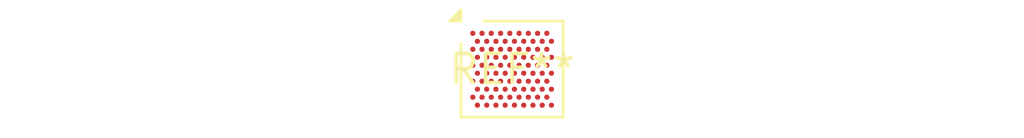
<source format=kicad_pcb>
(kicad_pcb (version 20240108) (generator pcbnew)
  (layers (0 "F.Cu" signal) (31 "B.Cu" signal) (34 "B.Paste" user) (35 "F.Paste" user) (36 "B.SilkS" user "B.Silkscreen") (37 "F.SilkS" user "F.Silkscreen") (38 "B.Mask" user) (39 "F.Mask" user) (44 "Edge.Cuts" user))
  (net 0 "")
  (footprint "ST_WLCSP-90_4.20x3.95mm_P0.4mm_Stagger" (layer "F.Cu") (at 0 0)
    (property "Reference" "REF**")
    (property "Value" "ST_WLCSP-90_4.20x3.95mm_P0.4mm_Stagger")
    (fp_line (start -2.21 2.085) (end -2.21 -1.0975) (layer "F.SilkS") (stroke (width 0.12)))
    (fp_line (start -1.2225 -2.085) (end 2.21 -2.085) (layer "F.SilkS") (stroke (width 0.12)))
    (fp_line (start 2.21 -2.085) (end 2.21 2.085) (layer "F.SilkS") (stroke (width 0.12)))
    (fp_line (start 2.21 2.085) (end -2.21 2.085) (layer "F.SilkS") (stroke (width 0.12)))
    (fp_poly (pts (xy -2.21 -2.085) (xy -2.71 -2.085) (xy -2.21 -2.585) (xy -2.21 -2.085)) (layer "F.SilkS") (stroke (width 0.12)) (fill solid))
    (pad "A1" smd circle (at -1.7 -1.558846) (size 0.225 0.225) (property pad_prop_bga) (layers "F.Cu" "F.Paste" "F.Mask"))
    (pad "A3" smd circle (at -1.3 -1.558846) (size 0.225 0.225) (property pad_prop_bga) (layers "F.Cu" "F.Paste" "F.Mask"))
    (pad "A5" smd circle (at -0.9 -1.558846) (size 0.225 0.225) (property pad_prop_bga) (layers "F.Cu" "F.Paste" "F.Mask"))
    (pad "A7" smd circle (at -0.5 -1.558846) (size 0.225 0.225) (property pad_prop_bga) (layers "F.Cu" "F.Paste" "F.Mask"))
    (pad "A9" smd circle (at -0.1 -1.558846) (size 0.225 0.225) (property pad_prop_bga) (layers "F.Cu" "F.Paste" "F.Mask"))
    (pad "A11" smd circle (at 0.3 -1.558846) (size 0.225 0.225) (property pad_prop_bga) (layers "F.Cu" "F.Paste" "F.Mask"))
    (pad "A13" smd circle (at 0.7 -1.558846) (size 0.225 0.225) (property pad_prop_bga) (layers "F.Cu" "F.Paste" "F.Mask"))
    (pad "A15" smd circle (at 1.1 -1.558846) (size 0.225 0.225) (property pad_prop_bga) (layers "F.Cu" "F.Paste" "F.Mask"))
    (pad "A17" smd circle (at 1.5 -1.558846) (size 0.225 0.225) (property pad_prop_bga) (layers "F.Cu" "F.Paste" "F.Mask"))
    (pad "B2" smd circle (at -1.5 -1.212436) (size 0.225 0.225) (property pad_prop_bga) (layers "F.Cu" "F.Paste" "F.Mask"))
    (pad "B4" smd circle (at -1.1 -1.212436) (size 0.225 0.225) (property pad_prop_bga) (layers "F.Cu" "F.Paste" "F.Mask"))
    (pad "B6" smd circle (at -0.7 -1.212436) (size 0.225 0.225) (property pad_prop_bga) (layers "F.Cu" "F.Paste" "F.Mask"))
    (pad "B8" smd circle (at -0.3 -1.212436) (size 0.225 0.225) (property pad_prop_bga) (layers "F.Cu" "F.Paste" "F.Mask"))
    (pad "B10" smd circle (at 0.1 -1.212436) (size 0.225 0.225) (property pad_prop_bga) (layers "F.Cu" "F.Paste" "F.Mask"))
    (pad "B12" smd circle (at 0.5 -1.212436) (size 0.225 0.225) (property pad_prop_bga) (layers "F.Cu" "F.Paste" "F.Mask"))
    (pad "B14" smd circle (at 0.9 -1.212436) (size 0.225 0.225) (property pad_prop_bga) (layers "F.Cu" "F.Paste" "F.Mask"))
    (pad "B16" smd circle (at 1.3 -1.212436) (size 0.225 0.225) (property pad_prop_bga) (layers "F.Cu" "F.Paste" "F.Mask"))
    (pad "B18" smd circle (at 1.7 -1.212436) (size 0.225 0.225) (property pad_prop_bga) (layers "F.Cu" "F.Paste" "F.Mask"))
    (pad "C1" smd circle (at -1.7 -0.866025) (size 0.225 0.225) (property pad_prop_bga) (layers "F.Cu" "F.Paste" "F.Mask"))
    (pad "C3" smd circle (at -1.3 -0.866025) (size 0.225 0.225) (property pad_prop_bga) (layers "F.Cu" "F.Paste" "F.Mask"))
    (pad "C5" smd circle (at -0.9 -0.866025) (size 0.225 0.225) (property pad_prop_bga) (layers "F.Cu" "F.Paste" "F.Mask"))
    (pad "C7" smd circle (at -0.5 -0.866025) (size 0.225 0.225) (property pad_prop_bga) (layers "F.Cu" "F.Paste" "F.Mask"))
    (pad "C9" smd circle (at -0.1 -0.866025) (size 0.225 0.225) (property pad_prop_bga) (layers "F.Cu" "F.Paste" "F.Mask"))
    (pad "C11" smd circle (at 0.3 -0.866025) (size 0.225 0.225) (property pad_prop_bga) (layers "F.Cu" "F.Paste" "F.Mask"))
    (pad "C13" smd circle (at 0.7 -0.866025) (size 0.225 0.225) (property pad_prop_bga) (layers "F.Cu" "F.Paste" "F.Mask"))
    (pad "C15" smd circle (at 1.1 -0.866025) (size 0.225 0.225) (property pad_prop_bga) (layers "F.Cu" "F.Paste" "F.Mask"))
    (pad "C17" smd circle (at 1.5 -0.866025) (size 0.225 0.225) (property pad_prop_bga) (layers "F.Cu" "F.Paste" "F.Mask"))
    (pad "D2" smd circle (at -1.5 -0.519615) (size 0.225 0.225) (property pad_prop_bga) (layers "F.Cu" "F.Paste" "F.Mask"))
    (pad "D4" smd circle (at -1.1 -0.519615) (size 0.225 0.225) (property pad_prop_bga) (layers "F.Cu" "F.Paste" "F.Mask"))
    (pad "D6" smd circle (at -0.7 -0.519615) (size 0.225 0.225) (property pad_prop_bga) (layers "F.Cu" "F.Paste" "F.Mask"))
    (pad "D8" smd circle (at -0.3 -0.519615) (size 0.225 0.225) (property pad_prop_bga) (layers "F.Cu" "F.Paste" "F.Mask"))
    (pad "D10" smd circle (at 0.1 -0.519615) (size 0.225 0.225) (property pad_prop_bga) (layers "F.Cu" "F.Paste" "F.Mask"))
    (pad "D12" smd circle (at 0.5 -0.519615) (size 0.225 0.225) (property pad_prop_bga) (layers "F.Cu" "F.Paste" "F.Mask"))
    (pad "D14" smd circle (at 0.9 -0.519615) (size 0.225 0.225) (property pad_prop_bga) (layers "F.Cu" "F.Paste" "F.Mask"))
    (pad "D16" smd circle (at 1.3 -0.519615) (size 0.225 0.225) (property pad_prop_bga) (layers "F.Cu" "F.Paste" "F.Mask"))
    (pad "D18" smd circle (at 1.7 -0.519615) (size 0.225 0.225) (property pad_prop_bga) (layers "F.Cu" "F.Paste" "F.Mask"))
    (pad "E1" smd circle (at -1.7 -0.173205) (size 0.225 0.225) (property pad_prop_bga) (layers "F.Cu" "F.Paste" "F.Mask"))
    (pad "E3" smd circle (at -1.3 -0.173205) (size 0.225 0.225) (property pad_prop_bga) (layers "F.Cu" "F.Paste" "F.Mask"))
    (pad "E5" smd circle (at -0.9 -0.173205) (size 0.225 0.225) (property pad_prop_bga) (layers "F.Cu" "F.Paste" "F.Mask"))
    (pad "E7" smd circle (at -0.5 -0.173205) (size 0.225 0.225) (property pad_prop_bga) (layers "F.Cu" "F.Paste" "F.Mask"))
    (pad "E9" smd circle (at -0.1 -0.173205) (size 0.225 0.225) (property pad_prop_bga) (layers "F.Cu" "F.Paste" "F.Mask"))
    (pad "E11" smd circle (at 0.3 -0.173205) (size 0.225 0.225) (property pad_prop_bga) (layers "F.Cu" "F.Paste" "F.Mask"))
    (pad "E13" smd circle (at 0.7 -0.173205) (size 0.225 0.225) (property pad_prop_bga) (layers "F.Cu" "F.Paste" "F.Mask"))
    (pad "E15" smd circle (at 1.1 -0.173205) (size 0.225 0.225) (property pad_prop_bga) (layers "F.Cu" "F.Paste" "F.Mask"))
    (pad "E17" smd circle (at 1.5 -0.173205) (size 0.225 0.225) (property pad_prop_bga) (layers "F.Cu" "F.Paste" "F.Mask"))
    (pad "F2" smd circle (at -1.5 0.173205) (size 0.225 0.225) (property pad_prop_bga) (layers "F.Cu" "F.Paste" "F.Mask"))
    (pad "F4" smd circle (at -1.1 0.173205) (size 0.225 0.225) (property pad_prop_bga) (layers "F.Cu" "F.Paste" "F.Mask"))
    (pad "F6" smd circle (at -0.7 0.173205) (size 0.225 0.225) (property pad_prop_bga) (layers "F.Cu" "F.Paste" "F.Mask"))
    (pad "F8" smd circle (at -0.3 0.173205) (size 0.225 0.225) (property pad_prop_bga) (layers "F.Cu" "F.Paste" "F.Mask"))
    (pad "F10" smd circle (at 0.1 0.173205) (size 0.225 0.225) (property pad_prop_bga) (layers "F.Cu" "F.Paste" "F.Mask"))
    (pad "F12" smd circle (at 0.5 0.173205) (size 0.225 0.225) (property pad_prop_bga) (layers "F.Cu" "F.Paste" "F.Mask"))
    (pad "F14" smd circle (at 0.9 0.173205) (size 0.225 0.225) (property pad_prop_bga) (layers "F.Cu" "F.Paste" "F.Mask"))
    (pad "F16" smd circle (at 1.3 0.173205) (size 0.225 0.225) (property pad_prop_bga) (layers "F.Cu" "F.Paste" "F.Mask"))
    (pad "F18" smd circle (at 1.7 0.173205) (size 0.225 0.225) (property pad_prop_bga) (layers "F.Cu" "F.Paste" "F.Mask"))
    (pad "G1" smd circle (at -1.7 0.519615) (size 0.225 0.225) (property pad_prop_bga) (layers "F.Cu" "F.Paste" "F.Mask"))
    (pad "G3" smd circle (at -1.3 0.519615) (size 0.225 0.225) (property pad_prop_bga) (layers "F.Cu" "F.Paste" "F.Mask"))
    (pad "G5" smd circle (at -0.9 0.519615) (size 0.225 0.225) (property pad_prop_bga) (layers "F.Cu" "F.Paste" "F.Mask"))
    (pad "G7" smd circle (at -0.5 0.519615) (size 0.225 0.225) (property pad_prop_bga) (layers "F.Cu" "F.Paste" "F.Mask"))
    (pad "G9" smd circle (at -0.1 0.519615) (size 0.225 0.225) (property pad_prop_bga) (layers "F.Cu" "F.Paste" "F.Mask"))
    (pad "G11" smd circle (at 0.3 0.519615) (size 0.225 0.225) (property pad_prop_bga) (layers "F.Cu" "F.Paste" "F.Mask"))
    (pad "G13" smd circle (at 0.7 0.519615) (size 0.225 0.225) (property pad_prop_bga) (layers "F.Cu" "F.Paste" "F.Mask"))
    (pad "G15" smd circle (at 1.1 0.519615) (size 0.225 0.225) (property pad_prop_bga) (layers "F.Cu" "F.Paste" "F.Mask"))
    (pad "G17" smd circle (at 1.5 0.519615) (size 0.225 0.225) (property pad_prop_bga) (layers "F.Cu" "F.Paste" "F.Mask"))
    (pad "H2" smd circle (at -1.5 0.866025) (size 0.225 0.225) (property pad_prop_bga) (layers "F.Cu" "F.Paste" "F.Mask"))
    (pad "H4" smd circle (at -1.1 0.866025) (size 0.225 0.225) (property pad_prop_bga) (layers "F.Cu" "F.Paste" "F.Mask"))
    (pad "H6" smd circle (at -0.7 0.866025) (size 0.225 0.225) (property pad_prop_bga) (layers "F.Cu" "F.Paste" "F.Mask"))
    (pad "H8" smd circle (at -0.3 0.866025) (size 0.225 0.225) (property pad_prop_bga) (layers "F.Cu" "F.Paste" "F.Mask"))
    (pad "H10" smd circle (at 0.1 0.866025) (size 0.225 0.225) (property pad_prop_bga) (layers "F.Cu" "F.Paste" "F.Mask"))
    (pad "H12" smd circle (at 0.5 0.866025) (size 0.225 0.225) (property pad_prop_bga) (layers "F.Cu" "F.Paste" "F.Mask"))
    (pad "H14" smd circle (at 0.9 0.866025) (size 0.225 0.225) (property pad_prop_bga) (layers "F.Cu" "F.Paste" "F.Mask"))
    (pad "H16" smd circle (at 1.3 0.866025) (size 0.225 0.225) (property pad_prop_bga) (layers "F.Cu" "F.Paste" "F.Mask"))
    (pad "H18" smd circle (at 1.7 0.866025) (size 0.225 0.225) (property pad_prop_bga) (layers "F.Cu" "F.Paste" "F.Mask"))
    (pad "J1" smd circle (at -1.7 1.212436) (size 0.225 0.225) (property pad_prop_bga) (layers "F.Cu" "F.Paste" "F.Mask"))
    (pad "J3" smd circle (at -1.3 1.212436) (size 0.225 0.225) (property pad_prop_bga) (layers "F.Cu" "F.Paste" "F.Mask"))
    (pad "J5" smd circle (at -0.9 1.212436) (size 0.225 0.225) (property pad_prop_bga) (layers "F.Cu" "F.Paste" "F.Mask"))
    (pad "J7" smd circle (at -0.5 1.212436) (size 0.225 0.225) (property pad_prop_bga) (layers "F.Cu" "F.Paste" "F.Mask"))
    (pad "J9" smd circle (at -0.1 1.212436) (size 0.225 0.225) (property pad_prop_bga) (layers "F.Cu" "F.Paste" "F.Mask"))
    (pad "J11" smd circle (at 0.3 1.212436) (size 0.225 0.225) (property pad_prop_bga) (layers "F.Cu" "F.Paste" "F.Mask"))
    (pad "J13" smd circle (at 0.7 1.212436) (size 0.225 0.225) (property pad_prop_bga) (layers "F.Cu" "F.Paste" "F.Mask"))
    (pad "J15" smd circle (at 1.1 1.212436) (size 0.225 0.225) (property pad_prop_bga) (layers "F.Cu" "F.Paste" "F.Mask"))
    (pad "J17" smd circle (at 1.5 1.212436) (size 0.225 0.225) (property pad_prop_bga) (layers "F.Cu" "F.Paste" "F.Mask"))
    (pad "K2" smd circle (at -1.5 1.558846) (size 0.225 0.225) (property pad_prop_bga) (layers "F.Cu" "F.Paste" "F.Mask"))
    (pad "K4" smd circle (at -1.1 1.558846) (size 0.225 0.225) (property pad_prop_bga) (layers "F.Cu" "F.Paste" "F.Mask"))
    (pad "K6" smd circle (at -0.7 1.558846) (size 0.225 0.225) (property pad_prop_bga) (layers "F.Cu" "F.Paste" "F.Mask"))
    (pad "K8" smd circle (at -0.3 1.558846) (size 0.225 0.225) (property pad_prop_bga) (layers "F.Cu" "F.Paste" "F.Mask"))
    (pad "K10" smd circle (at 0.1 1.558846) (size 0.225 0.225) (property pad_prop_bga) (layers "F.Cu" "F.Paste" "F.Mask"))
    (pad "K12" smd circle (at 0.5 1.558846) (size 0.225 0.225) (property pad_prop_bga) (layers "F.Cu" "F.Paste" "F.Mask"))
    (pad "K14" smd circle (at 0.9 1.558846) (size 0.225 0.225) (property pad_prop_bga) (layers "F.Cu" "F.Paste" "F.Mask"))
    (pad "K16" smd circle (at 1.3 1.558846) (size 0.225 0.225) (property pad_prop_bga) (layers "F.Cu" "F.Paste" "F.Mask"))
    (pad "K18" smd circle (at 1.7 1.558846) (size 0.225 0.225) (property pad_prop_bga) (layers "F.Cu" "F.Paste" "F.Mask"))
  )
)
</source>
